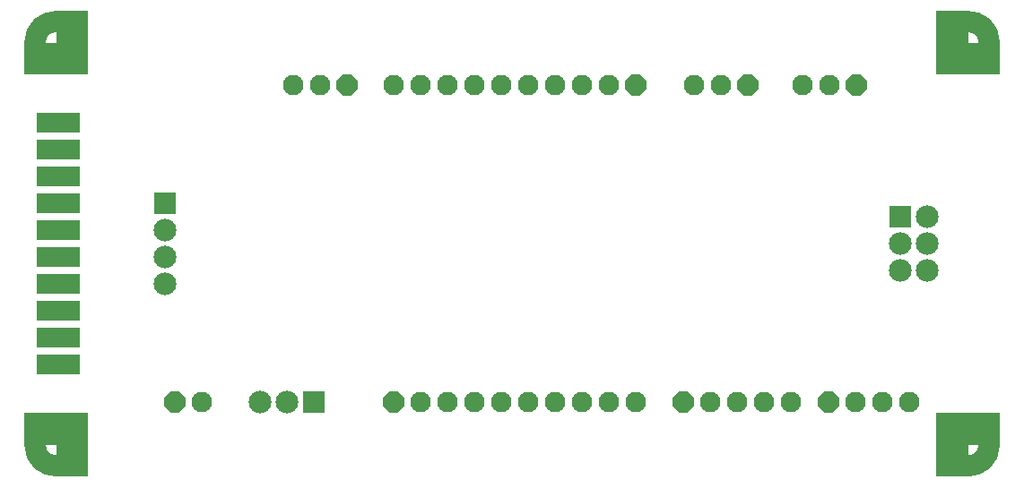
<source format=gbs>
G04*
G04 #@! TF.GenerationSoftware,Altium Limited,Altium Designer,19.1.8 (144)*
G04*
G04 Layer_Color=16711935*
%FSLAX44Y44*%
%MOMM*%
G71*
G01*
G75*
%ADD16C,2.0000*%
%ADD24R,4.1500X1.9500*%
%ADD29R,2.1500X2.1500*%
%ADD30C,2.1500*%
%ADD31R,2.1500X2.1500*%
%ADD32P,2.1107X8X22.5*%
%ADD33C,1.9500*%
%ADD34C,0.1500*%
G36*
X0Y60000D02*
X60000D01*
Y0D01*
X60000Y0D01*
X30000D01*
Y30000D01*
X0D01*
X0Y60000D01*
D02*
G37*
G36*
X60000Y440000D02*
Y380000D01*
X0D01*
X0Y380000D01*
Y410000D01*
X30000D01*
Y440000D01*
X60000Y440000D01*
D02*
G37*
G36*
X861000Y0D02*
Y60000D01*
X921000D01*
X921000Y60000D01*
Y30000D01*
X891000D01*
Y0D01*
X861000Y0D01*
D02*
G37*
G36*
X921000Y380000D02*
X861000D01*
Y440000D01*
X861000Y440000D01*
X891000D01*
Y410000D01*
X921000D01*
X921000Y380000D01*
D02*
G37*
D16*
X911000Y410000D02*
G03*
X911000Y410000I-20000J0D01*
G01*
Y30000D02*
G03*
X911000Y30000I-20000J0D01*
G01*
X50000Y30000D02*
G03*
X50000Y30000I-20000J0D01*
G01*
X50000Y410000D02*
G03*
X50000Y410000I-20000J0D01*
G01*
D24*
X32250Y334350D02*
D03*
Y308950D02*
D03*
Y283550D02*
D03*
Y258150D02*
D03*
Y232750D02*
D03*
Y207350D02*
D03*
Y181950D02*
D03*
Y156550D02*
D03*
Y131150D02*
D03*
Y105750D02*
D03*
D29*
X827300Y245400D02*
D03*
X133000Y258100D02*
D03*
D30*
X827300Y194600D02*
D03*
Y220000D02*
D03*
X852700D02*
D03*
Y194600D02*
D03*
Y245400D02*
D03*
X222600Y70000D02*
D03*
X248000D02*
D03*
X133000Y207300D02*
D03*
Y232700D02*
D03*
Y181900D02*
D03*
D31*
X273400Y70000D02*
D03*
D32*
X348700D02*
D03*
X785800Y370000D02*
D03*
X682800D02*
D03*
X577300Y370000D02*
D03*
X305000Y370000D02*
D03*
X622200Y70000D02*
D03*
X758900Y70000D02*
D03*
X142300D02*
D03*
D33*
X374100Y70000D02*
D03*
X399500D02*
D03*
X424900D02*
D03*
X450300D02*
D03*
X475700D02*
D03*
X501100D02*
D03*
X526500D02*
D03*
X551900D02*
D03*
X577300D02*
D03*
X735000Y370000D02*
D03*
X760400D02*
D03*
X632000D02*
D03*
X657400D02*
D03*
X551900Y370000D02*
D03*
X526500D02*
D03*
X501100D02*
D03*
X475700D02*
D03*
X450300D02*
D03*
X424900D02*
D03*
X399500D02*
D03*
X374100D02*
D03*
X348700D02*
D03*
X254200Y370000D02*
D03*
X279600D02*
D03*
X723800Y70000D02*
D03*
X647600D02*
D03*
X673000D02*
D03*
X698400D02*
D03*
X784300Y70000D02*
D03*
X809700D02*
D03*
X835100D02*
D03*
X167700D02*
D03*
D34*
X891000Y410000D02*
D03*
X891000Y30000D02*
D03*
X30000Y30000D02*
D03*
Y410000D02*
D03*
M02*

</source>
